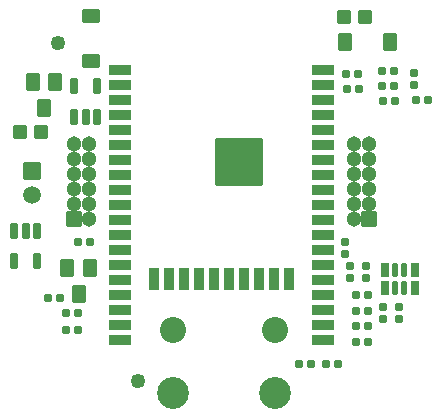
<source format=gbr>
G04 #@! TF.GenerationSoftware,KiCad,Pcbnew,7.0.7*
G04 #@! TF.CreationDate,2024-10-23T00:54:49-07:00*
G04 #@! TF.ProjectId,ESP_POE_1.4b,4553505f-504f-4455-9f31-2e34622e6b69,K*
G04 #@! TF.SameCoordinates,Original*
G04 #@! TF.FileFunction,Soldermask,Bot*
G04 #@! TF.FilePolarity,Negative*
%FSLAX46Y46*%
G04 Gerber Fmt 4.6, Leading zero omitted, Abs format (unit mm)*
G04 Created by KiCad (PCBNEW 7.0.7) date 2024-10-23 00:54:49*
%MOMM*%
%LPD*%
G01*
G04 APERTURE LIST*
G04 Aperture macros list*
%AMRoundRect*
0 Rectangle with rounded corners*
0 $1 Rounding radius*
0 $2 $3 $4 $5 $6 $7 $8 $9 X,Y pos of 4 corners*
0 Add a 4 corners polygon primitive as box body*
4,1,4,$2,$3,$4,$5,$6,$7,$8,$9,$2,$3,0*
0 Add four circle primitives for the rounded corners*
1,1,$1+$1,$2,$3*
1,1,$1+$1,$4,$5*
1,1,$1+$1,$6,$7*
1,1,$1+$1,$8,$9*
0 Add four rect primitives between the rounded corners*
20,1,$1+$1,$2,$3,$4,$5,0*
20,1,$1+$1,$4,$5,$6,$7,0*
20,1,$1+$1,$6,$7,$8,$9,0*
20,1,$1+$1,$8,$9,$2,$3,0*%
G04 Aperture macros list end*
%ADD10RoundRect,0.050800X-0.700000X0.700000X-0.700000X-0.700000X0.700000X-0.700000X0.700000X0.700000X0*%
%ADD11C,1.501600*%
%ADD12C,2.201600*%
%ADD13C,2.701600*%
%ADD14RoundRect,0.102000X-0.550000X0.550000X-0.550000X-0.550000X0.550000X-0.550000X0.550000X0.550000X0*%
%ADD15C,1.304000*%
%ADD16RoundRect,0.050800X-0.250000X-0.275000X0.250000X-0.275000X0.250000X0.275000X-0.250000X0.275000X0*%
%ADD17RoundRect,0.050800X0.250000X0.275000X-0.250000X0.275000X-0.250000X-0.275000X0.250000X-0.275000X0*%
%ADD18RoundRect,0.050800X-0.275000X0.250000X-0.275000X-0.250000X0.275000X-0.250000X0.275000X0.250000X0*%
%ADD19RoundRect,0.050800X0.275000X-0.250000X0.275000X0.250000X-0.275000X0.250000X-0.275000X-0.250000X0*%
%ADD20C,1.254000*%
%ADD21RoundRect,0.050800X-0.317500X-0.508000X0.317500X-0.508000X0.317500X0.508000X-0.317500X0.508000X0*%
%ADD22RoundRect,0.050800X-0.190500X-0.508000X0.190500X-0.508000X0.190500X0.508000X-0.190500X0.508000X0*%
%ADD23RoundRect,0.050800X0.500000X-0.700000X0.500000X0.700000X-0.500000X0.700000X-0.500000X-0.700000X0*%
%ADD24RoundRect,0.050800X0.508000X0.508000X-0.508000X0.508000X-0.508000X-0.508000X0.508000X-0.508000X0*%
%ADD25RoundRect,0.050800X0.275000X-0.600000X0.275000X0.600000X-0.275000X0.600000X-0.275000X-0.600000X0*%
%ADD26RoundRect,0.050800X-0.500000X-0.700000X0.500000X-0.700000X0.500000X0.700000X-0.500000X0.700000X0*%
%ADD27RoundRect,0.050800X-0.700000X0.500000X-0.700000X-0.500000X0.700000X-0.500000X0.700000X0.500000X0*%
%ADD28RoundRect,0.050800X0.500000X0.700000X-0.500000X0.700000X-0.500000X-0.700000X0.500000X-0.700000X0*%
%ADD29RoundRect,0.050800X0.900000X0.400000X-0.900000X0.400000X-0.900000X-0.400000X0.900000X-0.400000X0*%
%ADD30RoundRect,0.050800X0.400000X0.900000X-0.400000X0.900000X-0.400000X-0.900000X0.400000X-0.900000X0*%
%ADD31C,1.601600*%
%ADD32RoundRect,0.050800X1.950000X1.950000X-1.950000X1.950000X-1.950000X-1.950000X1.950000X-1.950000X0*%
%ADD33RoundRect,0.050800X-0.275000X0.600000X-0.275000X-0.600000X0.275000X-0.600000X0.275000X0.600000X0*%
%ADD34RoundRect,0.050800X-0.508000X-0.508000X0.508000X-0.508000X0.508000X0.508000X-0.508000X0.508000X0*%
G04 APERTURE END LIST*
D10*
X74389520Y-143148050D03*
D11*
X74392060Y-145177510D03*
D12*
X86256400Y-156589400D03*
D13*
X86256400Y-161949400D03*
D12*
X94896400Y-156589400D03*
D13*
X94896400Y-161949400D03*
D14*
X77927200Y-147218400D03*
D15*
X79197200Y-147218400D03*
X77927200Y-145948400D03*
X79197200Y-145948400D03*
X77927200Y-144678400D03*
X79197200Y-144678400D03*
X77927200Y-143408400D03*
X79197200Y-143408400D03*
X77927200Y-142138400D03*
X79197200Y-142138400D03*
X77927200Y-140868400D03*
X79197200Y-140868400D03*
D16*
X105054400Y-137261600D03*
D17*
X104038400Y-137261600D03*
D18*
X100888800Y-150215600D03*
D19*
X100888800Y-149199600D03*
D20*
X83362800Y-160934400D03*
X76555600Y-132283200D03*
D21*
X104241600Y-151536400D03*
X104241600Y-153060400D03*
D22*
X105130600Y-151536400D03*
X105130600Y-153060400D03*
X105892600Y-151536400D03*
X105892600Y-153060400D03*
D21*
X106781600Y-151536400D03*
X106781600Y-153060400D03*
D16*
X105003600Y-134721600D03*
D17*
X103987600Y-134721600D03*
D16*
X105003600Y-135991600D03*
D17*
X103987600Y-135991600D03*
D18*
X106730800Y-135890000D03*
D19*
X106730800Y-134874000D03*
D23*
X74437240Y-135646160D03*
X76339700Y-135646160D03*
X75384660Y-137855960D03*
D19*
X102616000Y-151231600D03*
D18*
X102616000Y-152247600D03*
D17*
X101803200Y-154990800D03*
D16*
X102819200Y-154990800D03*
D24*
X75107800Y-139852400D03*
X73329800Y-139852400D03*
D25*
X72862400Y-148204400D03*
X73812400Y-148204400D03*
X74762400Y-148204400D03*
X74762400Y-150804400D03*
X72862400Y-150804400D03*
D19*
X101244400Y-151231600D03*
D18*
X101244400Y-152247600D03*
D17*
X96926400Y-159512000D03*
D16*
X97942400Y-159512000D03*
D17*
X106832400Y-137109200D03*
D16*
X107848400Y-137109200D03*
X101955600Y-134924800D03*
D17*
X100939600Y-134924800D03*
X101803200Y-156311600D03*
D16*
X102819200Y-156311600D03*
D17*
X101803200Y-157632400D03*
D16*
X102819200Y-157632400D03*
D26*
X77348000Y-151384000D03*
X79248000Y-151384000D03*
X78298000Y-153584000D03*
D16*
X102819200Y-153670000D03*
D17*
X101803200Y-153670000D03*
D27*
X79349600Y-130027600D03*
X79349600Y-133827600D03*
D18*
X105460800Y-155702000D03*
D19*
X105460800Y-154686000D03*
D18*
X104038400Y-155702000D03*
D19*
X104038400Y-154686000D03*
D28*
X104668400Y-132232400D03*
X100868400Y-132232400D03*
D16*
X100279200Y-159512000D03*
D17*
X99263200Y-159512000D03*
D16*
X78232000Y-156616400D03*
D17*
X77216000Y-156616400D03*
X100990400Y-136194800D03*
D16*
X102006400Y-136194800D03*
D29*
X98988000Y-134620000D03*
X98988000Y-135890000D03*
X98988000Y-137160000D03*
X98988000Y-138430000D03*
X98988000Y-139700000D03*
X98988000Y-140970000D03*
X98988000Y-142240000D03*
X98988000Y-143510000D03*
X98988000Y-144780000D03*
X98988000Y-146050000D03*
X98988000Y-147320000D03*
X98988000Y-148590000D03*
X98988000Y-149860000D03*
X98988000Y-151130000D03*
X98988000Y-152400000D03*
D30*
X96103000Y-152280000D03*
D29*
X98988000Y-153670000D03*
D30*
X94833000Y-152280000D03*
D29*
X98988000Y-154940000D03*
D30*
X93563000Y-152280000D03*
D29*
X98988000Y-156210000D03*
D30*
X92293000Y-152280000D03*
D29*
X98988000Y-157480000D03*
D30*
X91023000Y-152280000D03*
X89753000Y-152280000D03*
D29*
X81788000Y-157480000D03*
D30*
X88483000Y-152280000D03*
D29*
X81788000Y-156210000D03*
D30*
X87213000Y-152280000D03*
D29*
X81788000Y-154940000D03*
D30*
X85943000Y-152280000D03*
D29*
X81788000Y-153670000D03*
D30*
X84673000Y-152280000D03*
D29*
X81788000Y-152400000D03*
X81788000Y-151130000D03*
X81788000Y-149860000D03*
X81788000Y-148590000D03*
X81788000Y-147320000D03*
X81788000Y-146050000D03*
X81788000Y-144780000D03*
X81788000Y-143510000D03*
X81788000Y-142240000D03*
X81788000Y-140970000D03*
X81788000Y-139700000D03*
X81788000Y-138430000D03*
X81788000Y-137160000D03*
X81788000Y-135890000D03*
X81788000Y-134620000D03*
D31*
X91888000Y-142420000D03*
D32*
X91888000Y-142420000D03*
D17*
X77216000Y-155194000D03*
D16*
X78232000Y-155194000D03*
D33*
X79842400Y-138561600D03*
X78892400Y-138561600D03*
X77942400Y-138561600D03*
X77942400Y-135961600D03*
X79842400Y-135961600D03*
D16*
X79248000Y-149199600D03*
D17*
X78232000Y-149199600D03*
D34*
X100761800Y-130149600D03*
X102539800Y-130149600D03*
D16*
X76758800Y-153873200D03*
D17*
X75742800Y-153873200D03*
D14*
X102920800Y-147218400D03*
D15*
X101650800Y-147218400D03*
X102920800Y-145948400D03*
X101650800Y-145948400D03*
X102920800Y-144678400D03*
X101650800Y-144678400D03*
X102920800Y-143408400D03*
X101650800Y-143408400D03*
X102920800Y-142138400D03*
X101650800Y-142138400D03*
X102920800Y-140868400D03*
X101650800Y-140868400D03*
M02*

</source>
